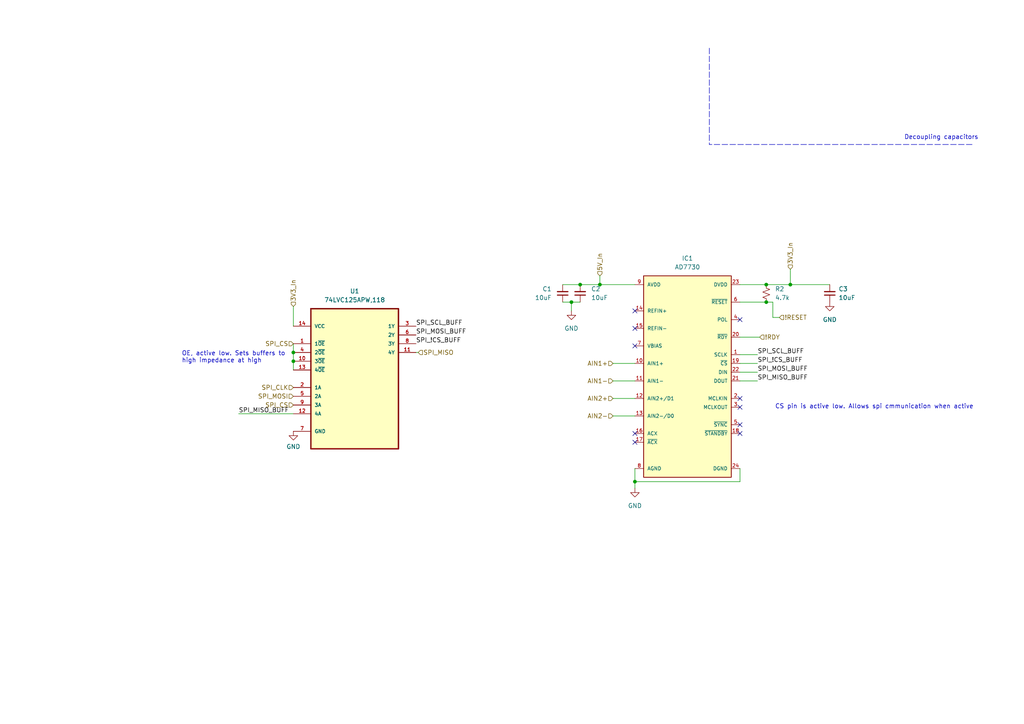
<source format=kicad_sch>
(kicad_sch (version 20211123) (generator eeschema)
  (paper "A4")
  (lib_symbols
    (symbol "74LVC125A:74LVC125APW,118" (pin_names (offset 1.016))
      (property "Reference" "U" (at -5.3594 20.3962 0))
      (property "Value" "74LVC125APW,118" (at -4.064 -27.8892 0))
      (symbol "74LVC125APW,118_0_0"
        (rectangle (start -12.7 -22.86) (end 12.7 17.78) (stroke (width 0.4064)) (fill (type background)))
        (pin input line (at -17.78 7.62 0) (length 5.08) (name "1~{OE}") (number "1"))
        (pin input line (at -17.78 2.54 0) (length 5.08) (name "3~{OE}") (number "10"))
        (pin output line (at 17.78 5.08 180) (length 5.08) (name "4Y") (number "11"))
        (pin input line (at -17.78 -12.7 0) (length 5.08) (name "4A") (number "12"))
        (pin input line (at -17.78 0 0) (length 5.08) (name "4~{OE}") (number "13"))
        (pin power_in line (at -17.78 12.7 0) (length 5.08) (name "VCC") (number "14"))
        (pin input line (at -17.78 -5.08 0) (length 5.08) (name "1A") (number "2"))
        (pin output line (at 17.78 12.7 180) (length 5.08) (name "1Y") (number "3"))
        (pin input line (at -17.78 5.08 0) (length 5.08) (name "2~{OE}") (number "4"))
        (pin input line (at -17.78 -7.62 0) (length 5.08) (name "2A") (number "5"))
        (pin output line (at 17.78 10.16 180) (length 5.08) (name "2Y") (number "6"))
        (pin input line (at -17.78 -17.78 0) (length 5.08) (name "GND") (number "7"))
        (pin output line (at 17.78 7.62 180) (length 5.08) (name "3Y") (number "8"))
        (pin input line (at -17.78 -10.16 0) (length 5.08) (name "3A") (number "9"))
      )
    )
    (symbol "AD7730:AD7730" (pin_names (offset 1.016))
      (property "Reference" "IC" (at -12.7 29.21 0))
      (property "Value" "AD7730" (at -12.7 -33.02 0))
      (symbol "AD7730_0_0"
        (rectangle (start -12.7 -30.48) (end 12.7 27.94) (stroke (width 0.254)) (fill (type background)))
        (pin input line (at 15.24 5.08 180) (length 2.54) (name "SCLK") (number "1"))
        (pin input line (at -15.24 2.54 0) (length 2.54) (name "AIN1+") (number "10"))
        (pin input line (at -15.24 -2.54 0) (length 2.54) (name "AIN1-") (number "11"))
        (pin bidirectional line (at -15.24 -7.62 0) (length 2.54) (name "AIN2+/D1") (number "12"))
        (pin bidirectional line (at -15.24 -12.7 0) (length 2.54) (name "AIN2-/D0") (number "13"))
        (pin input line (at -15.24 17.78 0) (length 2.54) (name "REFIN+") (number "14"))
        (pin input line (at -15.24 12.7 0) (length 2.54) (name "REFIN-") (number "15"))
        (pin output line (at -15.24 -17.78 0) (length 2.54) (name "ACX") (number "16"))
        (pin output line (at -15.24 -20.32 0) (length 2.54) (name "~{ACX}") (number "17"))
        (pin input line (at 15.24 -17.78 180) (length 2.54) (name "~{STANDBY}") (number "18"))
        (pin input line (at 15.24 2.54 180) (length 2.54) (name "~{CS}") (number "19"))
        (pin input line (at 15.24 -7.62 180) (length 2.54) (name "MCLKIN") (number "2"))
        (pin output line (at 15.24 10.16 180) (length 2.54) (name "~{RDY}") (number "20"))
        (pin output line (at 15.24 -2.54 180) (length 2.54) (name "DOUT") (number "21"))
        (pin input line (at 15.24 0 180) (length 2.54) (name "DIN") (number "22"))
        (pin input line (at 15.24 25.4 180) (length 2.54) (name "DVDD") (number "23"))
        (pin input line (at 15.24 -27.94 180) (length 2.54) (name "DGND") (number "24"))
        (pin output line (at 15.24 -10.16 180) (length 2.54) (name "MCLKOUT") (number "3"))
        (pin input line (at 15.24 15.24 180) (length 2.54) (name "POL") (number "4"))
        (pin input line (at 15.24 -15.24 180) (length 2.54) (name "~{SYNC}") (number "5"))
        (pin input line (at 15.24 20.32 180) (length 2.54) (name "~{RESET}") (number "6"))
        (pin passive line (at -15.24 7.62 0) (length 2.54) (name "VBIAS") (number "7"))
        (pin input line (at -15.24 -27.94 0) (length 2.54) (name "AGND") (number "8"))
        (pin input line (at -15.24 25.4 0) (length 2.54) (name "AVDD") (number "9"))
      )
    )
    (symbol "Device:C_Small" (pin_numbers hide) (pin_names (offset 0.254) hide)
      (property "Reference" "C" (at 0.254 1.778 0))
      (property "Value" "C_Small" (at 0.254 -2.032 0))
      (symbol "C_Small_0_1"
        (polyline (pts (xy -1.524 -0.508) (xy 1.524 -0.508)) (stroke (width 0.3302)))
        (polyline (pts (xy -1.524 0.508) (xy 1.524 0.508)) (stroke (width 0.3048)))
      )
      (symbol "C_Small_1_1"
        (pin passive line (at 0 2.54 270) (length 2.032) (name "~") (number "1"))
        (pin passive line (at 0 -2.54 90) (length 2.032) (name "~") (number "2"))
      )
    )
    (symbol "Device:R_Small_US" (pin_numbers hide) (pin_names (offset 0.254) hide)
      (property "Reference" "R" (at 0.762 0.508 0))
      (property "Value" "R_Small_US" (at 0.762 -1.016 0))
      (symbol "R_Small_US_1_1"
        (polyline (pts (xy 0 0) (xy 1.016 -0.381) (xy 0 -0.762) (xy -1.016 -1.143) (xy 0 -1.524)))
        (polyline (pts (xy 0 1.524) (xy 1.016 1.143) (xy 0 0.762) (xy -1.016 0.381) (xy 0 0)))
        (pin passive line (at 0 2.54 270) (length 1.016) (name "~") (number "1"))
        (pin passive line (at 0 -2.54 90) (length 1.016) (name "~") (number "2"))
      )
    )
    (symbol "power:GND" (power) (pin_names (offset 0))
      (property "Value" "GND" (at 0 -3.81 0))
      (symbol "GND_0_1"
        (polyline (pts (xy 0 0) (xy 0 -1.27) (xy 1.27 -1.27) (xy 0 -2.54) (xy -1.27 -1.27) (xy 0 -1.27)))
      )
      (symbol "GND_1_1"
        (pin power_in line (at 0 0 270) (length 0) hide (name "GND") (number "1"))
      )
    )
  )
  (junction (at 168.275 82.55))
  (junction (at 222.25 82.55))
  (junction (at 229.235 82.55))
  (junction (at 85.09 102.235))
  (junction (at 184.15 139.7))
  (junction (at 165.735 87.63))
  (junction (at 173.99 82.55))
  (junction (at 222.25 87.63))
  (junction (at 85.09 104.775))
  (no_connect (at 214.63 125.73))
  (no_connect (at 214.63 118.11))
  (no_connect (at 214.63 115.57))
  (no_connect (at 184.15 90.17))
  (no_connect (at 214.63 92.71))
  (no_connect (at 184.15 95.25))
  (no_connect (at 184.15 100.33))
  (no_connect (at 184.15 128.27))
  (no_connect (at 184.15 125.73))
  (no_connect (at 214.63 123.19))
  (wire (pts (xy 220.345 97.79) (xy 214.63 97.79)))
  (wire (pts (xy 168.275 82.55) (xy 173.99 82.55)))
  (wire (pts (xy 121.285 102.235) (xy 120.65 102.235)))
  (polyline (pts (xy 281.94 41.91) (xy 205.74 41.91)))
  (wire (pts (xy 177.8 105.41) (xy 184.15 105.41)))
  (wire (pts (xy 85.09 102.235) (xy 85.09 104.775)))
  (wire (pts (xy 224.155 92.075) (xy 226.06 92.075)))
  (wire (pts (xy 85.09 88.9) (xy 85.09 94.615)))
  (wire (pts (xy 184.15 139.7) (xy 184.15 135.89)))
  (wire (pts (xy 214.63 87.63) (xy 222.25 87.63)))
  (wire (pts (xy 163.195 82.55) (xy 168.275 82.55)))
  (wire (pts (xy 165.735 87.63) (xy 165.735 90.17)))
  (wire (pts (xy 69.215 120.015) (xy 85.09 120.015)))
  (wire (pts (xy 184.15 141.605) (xy 184.15 139.7)))
  (wire (pts (xy 177.8 120.65) (xy 184.15 120.65)))
  (wire (pts (xy 163.195 87.63) (xy 165.735 87.63)))
  (polyline (pts (xy 205.74 13.97) (xy 205.74 41.91)))
  (wire (pts (xy 214.63 135.89) (xy 214.63 139.7)))
  (wire (pts (xy 214.63 105.41) (xy 219.71 105.41)))
  (wire (pts (xy 222.25 82.55) (xy 229.235 82.55)))
  (wire (pts (xy 85.09 99.695) (xy 85.09 102.235)))
  (wire (pts (xy 219.71 102.87) (xy 214.63 102.87)))
  (wire (pts (xy 173.99 80.01) (xy 173.99 82.55)))
  (wire (pts (xy 214.63 107.95) (xy 219.71 107.95)))
  (wire (pts (xy 214.63 110.49) (xy 219.71 110.49)))
  (wire (pts (xy 224.155 87.63) (xy 224.155 92.075)))
  (wire (pts (xy 222.25 87.63) (xy 224.155 87.63)))
  (wire (pts (xy 165.735 87.63) (xy 168.275 87.63)))
  (wire (pts (xy 229.235 82.55) (xy 240.665 82.55)))
  (wire (pts (xy 214.63 82.55) (xy 222.25 82.55)))
  (wire (pts (xy 214.63 139.7) (xy 184.15 139.7)))
  (wire (pts (xy 229.235 82.55) (xy 229.235 78.105)))
  (wire (pts (xy 85.09 104.775) (xy 85.09 107.315)))
  (wire (pts (xy 177.8 115.57) (xy 184.15 115.57)))
  (wire (pts (xy 177.8 110.49) (xy 184.15 110.49)))
  (wire (pts (xy 173.99 82.55) (xy 184.15 82.55)))
  (text "CS pin is active low. Allows spi cmmunication when active" (at 224.79 118.745 0) (effects (font (size 1.27 1.27)) (justify left bottom)))
  (text "OE, active low. Sets buffers to\nhigh impedance at high" (at 52.705 105.41 0) (effects (font (size 1.27 1.27)) (justify left bottom)))
  (text "Decoupling capacitors" (at 262.255 40.64 0) (effects (font (size 1.27 1.27)) (justify left bottom)))
  (label "SPI_MISO_BUFF" (at 69.215 120.015 0))
  (label "SPI_MISO_BUFF" (at 219.71 110.49 0))
  (label "SPI_MOSI_BUFF" (at 219.71 107.95 0))
  (label "SPI_SCL_BUFF" (at 120.65 94.615 0))
  (label "SPI_SCL_BUFF" (at 219.71 102.87 0))
  (label "SPI_!CS_BUFF" (at 120.65 99.695 0))
  (label "SPI_MOSI_BUFF" (at 120.65 97.155 0))
  (label "SPI_!CS_BUFF" (at 219.71 105.41 0))
  (hierarchical_label "AIN1-" (shape input) (at 177.8 110.49 180))
  (hierarchical_label "5V_In" (shape input) (at 173.99 80.01 90))
  (hierarchical_label "SPI_MOSI" (shape input) (at 85.09 114.935 180))
  (hierarchical_label "3V3_In" (shape input) (at 229.235 78.105 90))
  (hierarchical_label "SPI_CS" (shape input) (at 85.09 99.695 180))
  (hierarchical_label "AIN2+" (shape input) (at 177.8 115.57 180))
  (hierarchical_label "AIN2-" (shape input) (at 177.8 120.65 180))
  (hierarchical_label "!RDY" (shape input) (at 220.345 97.79 0))
  (hierarchical_label "AIN1+" (shape input) (at 177.8 105.41 180))
  (hierarchical_label "SPI_CS" (shape input) (at 85.09 117.475 180))
  (hierarchical_label "SPI_CLK" (shape input) (at 85.09 112.395 180))
  (hierarchical_label "3V3_In" (shape input) (at 85.09 88.9 90))
  (hierarchical_label "SPI_MISO" (shape input) (at 121.285 102.235 0))
  (hierarchical_label "!RESET" (shape input) (at 226.06 92.075 0))
  (symbol (lib_id "Device:C_Small") (at 240.665 85.09 180) (unit 1)
    (property "Reference" "C3" (at 243.205 83.8135 0) (effects (justify right)))
    (property "Value" "10uF" (at 243.205 86.3535 0) (effects (justify right)))
    (property "Footprint" "Capacitor_SMD:C_0603_1608Metric" (effects hide))
  )
  (symbol (lib_id "power:GND") (at 85.09 125.095 0) (unit 1)
    (property "Reference" "#PWR026" (effects hide))
    (property "Value" "GND" (at 85.09 129.54 0))
  )
  (symbol (lib_id "Device:C_Small") (at 163.195 85.09 0) (mirror x) (unit 1)
    (property "Reference" "C1" (at 160.02 83.8135 0) (effects (justify right)))
    (property "Value" "10uF" (at 160.02 86.3535 0) (effects (justify right)))
    (property "Footprint" "Capacitor_SMD:C_0603_1608Metric" (effects hide))
  )
  (symbol (lib_id "Device:R_Small_US") (at 222.25 85.09 180) (unit 1)
    (property "Reference" "R2" (at 224.79 83.8199 0) (effects (justify right)))
    (property "Value" "4.7k" (at 224.79 86.3599 0) (effects (justify right)))
    (property "Footprint" "Resistor_SMD:R_0402_1005Metric" (effects hide))
  )
  (symbol (lib_id "power:GND") (at 184.15 141.605 0) (unit 1)
    (property "Reference" "#PWR028" (effects hide))
    (property "Value" "GND" (at 184.15 146.685 0))
  )
  (symbol (lib_id "Device:C_Small") (at 168.275 85.09 180) (unit 1)
    (property "Reference" "C2" (at 171.45 83.8135 0) (effects (justify right)))
    (property "Value" "10uF" (at 171.45 86.3535 0) (effects (justify right)))
    (property "Footprint" "Capacitor_SMD:C_0603_1608Metric" (effects hide))
  )
  (symbol (lib_id "power:GND") (at 240.665 87.63 0) (unit 1)
    (property "Reference" "#PWR029" (effects hide))
    (property "Value" "GND" (at 240.665 92.71 0))
  )
  (symbol (lib_id "74LVC125A:74LVC125APW,118") (at 102.87 107.315 0) (unit 1)
    (property "Reference" "U1" (at 102.87 84.455 0))
    (property "Value" "74LVC125APW,118" (at 102.87 86.995 0))
    (property "Footprint" "SOP65P640X110-14N" (effects hide))
    (property "OC_FARNELL" "1826647" (effects hide))
    (property "SUPPLIER" "NXP" (effects hide))
    (property "PACKAGE" "TSSOP-14" (effects hide))
    (property "OC_NEWARK" "78R7407" (effects hide))
    (property "MPN" "74LVC125APW,118" (effects hide))
  )
  (symbol (lib_id "power:GND") (at 165.735 90.17 0) (unit 1)
    (property "Reference" "#PWR027" (effects hide))
    (property "Value" "GND" (at 165.735 95.25 0))
  )
  (symbol (lib_id "AD7730:AD7730") (at 199.39 107.95 0) (unit 1)
    (property "Reference" "IC1" (at 199.39 74.93 0))
    (property "Value" "AD7730" (at 199.39 77.47 0))
    (property "Footprint" "Package_SO:SOIC-14_3.9x8.7mm_P1.27mm" (effects hide))
  )
)
</source>
